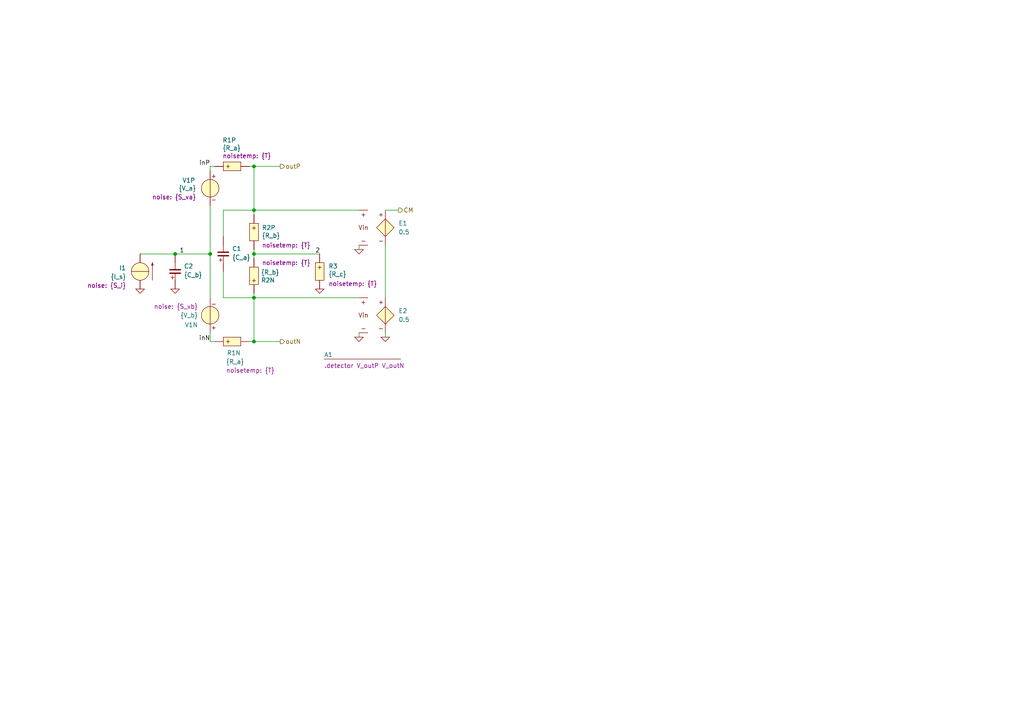
<source format=kicad_sch>
(kicad_sch (version 20250114) (generator "eeschema") (generator_version "9.0")
  (paper "A4")
  (title_block (title "Balanced Noisy Network"))
  (lib_symbols
    (symbol "R_2" (pin_numbers (hide yes)) (pin_names (offset 1.016) (hide yes))
      (property "Reference" "R?" (at 1.905 3.81 0))
      (property "Value" "?" (at 1.905 1.905 0) (show_name))
      (property "noisetemp" "0" (at 1.905 0 0) (show_name))
      (property "noiseflow" "0" (at 15.24 0 0) (show_name))
      (property "dcvar" "0" (at 1.905 -1.905 0) (show_name))
      (property "dcvarlot" "0" (at 15.24 -1.905 0) (show_name))
      (symbol "R_2_0_0"
        (text "+" (at 0 1.27 0) (effects (font (size 1.27 1.27))))
      )
      (symbol "R_2_1_0"
        (pin passive line (at 0 5.08 270) (length 2.54) (name "1") (number "1"))
        (pin passive line (at 0 -5.08 90) (length 2.54) (name "2") (number "2"))
      )
      (symbol "R_2_1_1"
        (rectangle (start -1.27 2.54) (end 1.27 -2.54) (fill (type background)))
      )
    )
    (symbol "SLiCAP:C" (pin_numbers (hide yes)) (pin_names (offset 1.016) (hide yes))
      (property "Reference" "C?" (at 2.54 3.81 0))
      (property "Value" "?" (at 2.54 1.27 0) (show_name))
      (property "vinit" "0" (at 2.54 -1.27 0) (show_name))
      (symbol "C_0_0"
        (text "+" (at -0.762 1.651 0) (effects (font (size 1.27 1.27))))
      )
      (symbol "C_0_1"
        (polyline (pts (xy -1.524 0.508) (xy 1.524 0.508)) (stroke (width 0.381)))
        (polyline (pts (xy -1.524 -0.508) (xy 1.524 -0.508)) (stroke (width 0.381)))
        (polyline (pts (xy 0 2.54) (xy 0 0.508)))
        (polyline (pts (xy 0 -2.54) (xy 0 -0.508)))
      )
      (symbol "C_1_0"
        (pin passive line (at 0 5.08 270) (length 2.54) (name "1") (number "1"))
        (pin passive line (at 0 -5.08 90) (length 2.54) (name "2") (number "2"))
      )
    )
    (symbol "SLiCAP:Command" (pin_numbers (hide yes)) (pin_names (offset 0) (hide yes))
      (property "Reference" "A?" (at 0 1.27 0))
      (property "command" "?" (at 0 -1.905 0))
      (symbol "Command_0_1"
        (polyline (pts (xy 0 0) (xy 22.225 0)))
      )
    )
    (symbol "SLiCAP:E" (pin_numbers (hide yes)) (pin_names (offset 0) (hide yes))
      (property "Reference" "E?" (at 3.175 1.27 0))
      (property "Value" "?" (at 3.175 -1.27 0) (show_name))
      (symbol "E_0_0"
        (text "+" (at -6.35 3.81 0) (effects (font (size 1.27 1.27))))
        (text "-" (at -6.35 -3.81 0) (effects (font (size 1.27 1.27))))
        (text "+" (at -1.27 3.81 0) (effects (font (size 1.27 1.27))))
        (text "-" (at -1.27 -3.81 0) (effects (font (size 1.27 1.27))))
      )
      (symbol "E_0_1"
        (polyline (pts (xy 0 2.54) (xy 0 -2.54)))
      )
      (symbol "E_1_0"
        (pin power_out line (at 0 5.08 270) (length 2.54) (name "outP") (number "1"))
        (pin power_out line (at 0 -5.08 90) (length 2.54) (name "outN") (number "2"))
      )
      (symbol "E_1_1"
        (polyline (pts (xy 0 2.54) (xy -2.54 0) (xy 0 -2.54) (xy 2.54 0) (xy 0 2.54)) (fill (type background)))
        (text "Vin" (at -6.35 0 0) (effects (font (size 1.27 1.27))))
        (pin input line (at -7.62 5.08 0) (length 2.54) (name "inp") (number "3"))
        (pin input line (at -7.62 -5.08 0) (length 2.54) (name "inN") (number "4"))
      )
    )
    (symbol "SLiCAP:I" (pin_numbers (hide yes)) (pin_names (offset 0) (hide yes))
      (property "Reference" "I?" (at 3.81 4.445 0))
      (property "Value" "?" (at 3.81 2.54 0) (show_name))
      (property "noise" "0" (at 3.81 -3.175 0) (show_name))
      (property "dc" "0" (at 3.81 0.635 0) (show_name))
      (property "dcvar" "0" (at 3.81 -1.27 0) (show_name))
      (symbol "I_0_1"
        (polyline (pts (xy -3.556 2.54) (xy -3.556 -2.54)))
        (polyline (pts (xy -3.556 2.54) (xy -3.81 1.778) (xy -3.302 1.778) (xy -3.556 2.54)) (fill (type outline)))
        (polyline (pts (xy -2.54 0) (xy 2.54 0)))
      )
      (symbol "I_1_0"
        (circle (center 0 0) (radius 2.54) (fill (type background)))
        (pin power_out line (at 0 5.08 270) (length 2.54) (name "p") (number "2"))
        (pin power_out line (at 0 -5.08 90) (length 2.54) (name "n") (number "1"))
      )
    )
    (symbol "SLiCAP:R" (pin_numbers (hide yes)) (pin_names (offset 1.016) (hide yes))
      (property "Reference" "R?" (at 1.905 3.81 0))
      (property "Value" "?" (at 1.905 1.905 0) (show_name))
      (property "noisetemp" "0" (at 1.905 0 0) (show_name))
      (property "noiseflow" "0" (at 15.24 0 0) (show_name))
      (property "dcvar" "0" (at 1.905 -1.905 0) (show_name))
      (property "dcvarlot" "0" (at 15.24 -1.905 0) (show_name))
      (symbol "R_0_0"
        (text "+" (at 0 1.27 0) (effects (font (size 1.27 1.27))))
      )
      (symbol "R_1_0"
        (pin passive line (at 0 5.08 270) (length 2.54) (name "1") (number "1"))
        (pin passive line (at 0 -5.08 90) (length 2.54) (name "2") (number "2"))
      )
      (symbol "R_1_1"
        (rectangle (start -1.27 2.54) (end 1.27 -2.54) (fill (type background)))
      )
    )
    (symbol "SLiCAP:V" (pin_numbers (hide yes)) (pin_names (offset 0) (hide yes))
      (property "Reference" "V?" (at 3.175 4.445 0))
      (property "Value" "?" (at 3.175 2.54 0) (show_name))
      (property "noise" "0" (at 3.175 -3.175 0) (show_name))
      (property "dc" "0" (at 3.175 0.635 0) (show_name))
      (property "dcvar" "0" (at 3.175 -1.27 0) (show_name))
      (symbol "V_0_0"
        (text "+" (at -1.016 3.556 0) (effects (font (size 1.27 1.27))))
        (text "-" (at -1.016 -3.302 0) (effects (font (size 1.27 1.27))))
        (pin power_out line (at 0 5.08 270) (length 2.54) (name "p") (number "1"))
        (pin power_out line (at 0 -5.08 90) (length 2.54) (name "n") (number "2"))
      )
      (symbol "V_0_1"
        (polyline (pts (xy 0 2.54) (xy 0 -2.54)))
      )
      (symbol "V_1_0"
        (circle (center 0 0) (radius 2.54) (fill (type background)))
      )
    )
    (symbol "Simulation_SPICE:0" (power) (pin_names (offset 0))
      (property "Value" "0" (at 0 -1.778 0))
      (symbol "0_0_1"
        (polyline (pts (xy -1.27 0) (xy 0 -1.27) (xy 1.27 0) (xy -1.27 0)))
      )
      (symbol "0_1_1"
        (pin power_in line (at 0 0 0) (length 0) (hide yes) (name "0") (number "1"))
      )
    )
  )
  (junction (at 73.66 73.66))
  (junction (at 60.96 73.66))
  (junction (at 73.66 48.26))
  (junction (at 73.66 86.36))
  (junction (at 73.66 99.06))
  (junction (at 50.8 73.66))
  (junction (at 73.66 60.96))
  (wire (pts (xy 64.77 60.96) (xy 64.77 68.58)))
  (wire (pts (xy 72.39 99.06) (xy 73.66 99.06)))
  (wire (pts (xy 73.66 62.23) (xy 73.66 60.96)))
  (wire (pts (xy 60.96 48.26) (xy 60.96 49.53)))
  (wire (pts (xy 40.64 73.66) (xy 50.8 73.66)))
  (wire (pts (xy 60.96 86.36) (xy 60.96 73.66)))
  (wire (pts (xy 73.66 60.96) (xy 104.14 60.96)))
  (wire (pts (xy 64.77 86.36) (xy 73.66 86.36)))
  (wire (pts (xy 73.66 48.26) (xy 73.66 60.96)))
  (wire (pts (xy 111.76 60.96) (xy 115.57 60.96)))
  (wire (pts (xy 104.14 72.39) (xy 104.14 71.12)))
  (wire (pts (xy 60.96 99.06) (xy 62.23 99.06)))
  (wire (pts (xy 72.39 48.26) (xy 73.66 48.26)))
  (wire (pts (xy 60.96 73.66) (xy 60.96 59.69)))
  (wire (pts (xy 73.66 48.26) (xy 81.28 48.26)))
  (wire (pts (xy 60.96 48.26) (xy 62.23 48.26)))
  (wire (pts (xy 73.66 99.06) (xy 81.28 99.06)))
  (wire (pts (xy 73.66 86.36) (xy 104.14 86.36)))
  (wire (pts (xy 73.66 86.36) (xy 73.66 99.06)))
  (wire (pts (xy 73.66 73.66) (xy 92.71 73.66)))
  (wire (pts (xy 64.77 60.96) (xy 73.66 60.96)))
  (wire (pts (xy 73.66 85.09) (xy 73.66 86.36)))
  (wire (pts (xy 60.96 96.52) (xy 60.96 99.06)))
  (wire (pts (xy 111.76 71.12) (xy 111.76 86.36)))
  (wire (pts (xy 50.8 73.66) (xy 60.96 73.66)))
  (wire (pts (xy 111.76 97.79) (xy 111.76 96.52)))
  (wire (pts (xy 104.14 97.79) (xy 104.14 96.52)))
  (wire (pts (xy 64.77 78.74) (xy 64.77 86.36)))
  (wire (pts (xy 73.66 72.39) (xy 73.66 73.66)))
  (wire (pts (xy 73.66 73.66) (xy 73.66 74.93)))
  (label "2" (at 91.44 73.66 0))
  (label "inN" (at 60.96 99.06 180))
  (label "inP" (at 60.96 48.26 180))
  (label "1" (at 52.07 73.66 0))
  (hierarchical_label "outN" (shape output) (at 81.28 99.06 0))
  (hierarchical_label "outP" (shape output) (at 81.28 48.26 0))
  (hierarchical_label "CM" (shape output) (at 115.57 60.96 0))
  (symbol (lib_id "Simulation_SPICE:0") (at 104.14 72.39 0) (unit 1)
    (property "Reference" "#GND02" (effects (hide yes)))
    (property "Value" "0" (effects (hide yes)))
  )
  (symbol (lib_id "SLiCAP:R") (at 92.71 78.74 0) (unit 1)
    (property "Reference" "R3" (at 95.25 77.216 0) (effects (justify left)))
    (property "Value" "{R_c}" (at 95.25 79.502 0) (effects (justify left)))
    (property "Description" "Resistor (cannot have zero resistance)" (effects (hide yes)))
    (property "model" "R" (effects (hide yes)))
    (property "noisetemp" "{T}" (at 95.25 82.296 0) (show_name yes) (effects (justify left)))
    (property "noiseflow" "0" (effects (hide yes)))
    (property "dcvar" "0" (effects (hide yes)))
    (property "dcvarlot" "0" (effects (hide yes)))
  )
  (symbol (lib_id "SLiCAP:C") (at 50.8 78.74 0) (mirror x) (unit 1)
    (property "Reference" "C2" (at 53.34 77.216 0) (effects (justify left)))
    (property "Value" "{C_b}" (at 53.34 79.756 0) (effects (justify left)))
    (property "Description" "Capacitor" (effects (hide yes)))
    (property "model" "C" (effects (hide yes)))
    (property "vinit" "0" (effects (hide yes)))
  )
  (symbol (lib_id "Simulation_SPICE:0") (at 111.76 97.79 0) (unit 1)
    (property "Reference" "#GND06" (effects (hide yes)))
    (property "Value" "0" (effects (hide yes)))
  )
  (symbol (lib_id "SLiCAP:Command") (at 93.98 104.14 0) (unit 1)
    (property "Reference" "A1" (at 93.98 102.87 0) (effects (justify left)))
    (property "Description" "SLiCAP command (.lib, .param, .model. subckt}" (effects (hide yes)))
    (property "command" ".detector V_outP V_outN" (at 93.98 106.045 0) (effects (justify left)))
  )
  (symbol (lib_id "Simulation_SPICE:0") (at 104.14 97.79 0) (unit 1)
    (property "Reference" "#GND05" (effects (hide yes)))
    (property "Value" "0" (effects (hide yes)))
  )
  (symbol (lib_id "SLiCAP:V") (at 60.96 91.44 180) (unit 1)
    (property "Reference" "V1N" (at 57.404 94.234 0) (effects (justify left)))
    (property "Value" "{V_b}" (at 57.404 91.44 0) (effects (justify left)))
    (property "Description" "Independent voltage source" (effects (hide yes)))
    (property "noise" "{S_vb}" (at 57.404 88.9 0) (show_name yes) (effects (justify left)))
    (property "dc" "0" (effects (hide yes)))
    (property "dcvar" "0" (effects (hide yes)))
    (property "model" "V" (effects (hide yes)))
  )
  (symbol (lib_id "SLiCAP:V") (at 60.96 54.61 0) (mirror y) (unit 1)
    (property "Reference" "V1P" (at 56.642 52.324 0) (effects (justify left)))
    (property "Value" "{V_a}" (at 56.896 54.61 0) (effects (justify left)))
    (property "Description" "Independent voltage source" (effects (hide yes)))
    (property "noise" "{S_va}" (at 56.896 57.15 0) (show_name yes) (effects (justify left)))
    (property "dc" "0" (effects (hide yes)))
    (property "dcvar" "0" (effects (hide yes)))
    (property "model" "V" (effects (hide yes)))
  )
  (symbol (lib_id "Simulation_SPICE:0") (at 40.64 83.82 0) (unit 1)
    (property "Reference" "#GND01" (effects (hide yes)))
    (property "Value" "0" (effects (hide yes)))
  )
  (symbol (lib_id "SLiCAP:E") (at 111.76 91.44 0) (unit 1)
    (property "Reference" "E2" (at 115.57 90.1699 0) (effects (justify left)))
    (property "Value" "0.5" (at 115.57 92.7099 0) (effects (justify left)))
    (property "Description" "Voltage-controlled voltage source" (effects (hide yes)))
    (property "model" "E" (effects (hide yes)))
  )
  (symbol (lib_id "SLiCAP:R") (at 73.66 67.31 0) (unit 1)
    (property "Reference" "R2P" (at 75.946 66.04 0) (effects (justify left)))
    (property "Value" "{R_b}" (at 75.946 68.326 0) (effects (justify left)))
    (property "Description" "Resistor (cannot have zero resistance)" (effects (hide yes)))
    (property "model" "R" (effects (hide yes)))
    (property "noisetemp" "{T}" (at 75.946 71.12 0) (show_name yes) (effects (justify left)))
    (property "noiseflow" "0" (effects (hide yes)))
    (property "dcvar" "0" (effects (hide yes)))
    (property "dcvarlot" "0" (effects (hide yes)))
  )
  (symbol (lib_id "SLiCAP:R") (at 73.66 80.01 0) (mirror x) (unit 1)
    (property "Reference" "R2N" (at 75.692 81.28 0) (effects (justify left)))
    (property "Value" "{R_b}" (at 75.692 78.994 0) (effects (justify left)))
    (property "Description" "Resistor (cannot have zero resistance)" (effects (hide yes)))
    (property "model" "R" (effects (hide yes)))
    (property "noisetemp" "{T}" (at 75.946 76.2 0) (show_name yes) (effects (justify left)))
    (property "noiseflow" "0" (effects (hide yes)))
    (property "dcvar" "0" (effects (hide yes)))
    (property "dcvarlot" "0" (effects (hide yes)))
  )
  (symbol (lib_id "SLiCAP:R") (at 67.31 99.06 90) (mirror x) (unit 1)
    (property "Reference" "R1N" (at 65.786 102.362 90) (effects (justify right)))
    (property "Value" "{R_a}" (at 65.532 104.902 90) (effects (justify right)))
    (property "Description" "Resistor (cannot have zero resistance)" (effects (hide yes)))
    (property "model" "R" (effects (hide yes)))
    (property "noisetemp" "{T}" (at 65.532 107.442 90) (show_name yes) (effects (justify right)))
    (property "noiseflow" "0" (effects (hide yes)))
    (property "dcvar" "0" (effects (hide yes)))
    (property "dcvarlot" "0" (effects (hide yes)))
  )
  (symbol (lib_id "SLiCAP:C") (at 64.77 73.66 0) (mirror x) (unit 1)
    (property "Reference" "C1" (at 67.31 72.136 0) (effects (justify left)))
    (property "Value" "{C_a}" (at 67.31 74.676 0) (effects (justify left)))
    (property "Description" "Capacitor" (effects (hide yes)))
    (property "model" "C" (effects (hide yes)))
    (property "vinit" "0" (effects (hide yes)))
  )
  (symbol (lib_id "Simulation_SPICE:0") (at 92.71 83.82 0) (mirror y) (unit 1)
    (property "Reference" "#GND04" (effects (hide yes)))
    (property "Value" "0" (effects (hide yes)))
  )
  (symbol (lib_id "SLiCAP:I") (at 40.64 78.74 0) (mirror y) (unit 1)
    (property "Reference" "I1" (at 36.576 77.724 0) (effects (justify left)))
    (property "Value" "{I_s}" (at 36.576 80.264 0) (effects (justify left)))
    (property "Description" "Independent current source" (effects (hide yes)))
    (property "noise" "{S_i}" (at 36.576 82.804 0) (show_name yes) (effects (justify left)))
    (property "dc" "0" (effects (hide yes)))
    (property "dcvar" "0" (effects (hide yes)))
    (property "model" "I" (effects (hide yes)))
  )
  (symbol (lib_name "R_2") (lib_id "SLiCAP:R") (at 67.31 48.26 90) (unit 1)
    (property "Reference" "R1P" (at 64.516 40.64 90) (effects (justify right)))
    (property "Value" "{R_a}" (at 64.516 42.926 90) (effects (justify right)))
    (property "Description" "Resistor (cannot have zero resistance)" (effects (hide yes)))
    (property "model" "R" (effects (hide yes)))
    (property "noisetemp" "{T}" (at 64.516 45.212 90) (show_name yes) (effects (justify right)))
    (property "noiseflow" "0" (effects (hide yes)))
    (property "dcvar" "0" (effects (hide yes)))
    (property "dcvarlot" "0" (effects (hide yes)))
  )
  (symbol (lib_id "SLiCAP:E") (at 111.76 66.04 0) (unit 1)
    (property "Reference" "E1" (at 115.57 64.7699 0) (effects (justify left)))
    (property "Value" "0.5" (at 115.57 67.3099 0) (effects (justify left)))
    (property "Description" "Voltage-controlled voltage source" (effects (hide yes)))
    (property "model" "E" (effects (hide yes)))
  )
  (symbol (lib_id "Simulation_SPICE:0") (at 50.8 83.82 0) (unit 1)
    (property "Reference" "#GND03" (effects (hide yes)))
    (property "Value" "0" (effects (hide yes)))
  )
)
</source>
